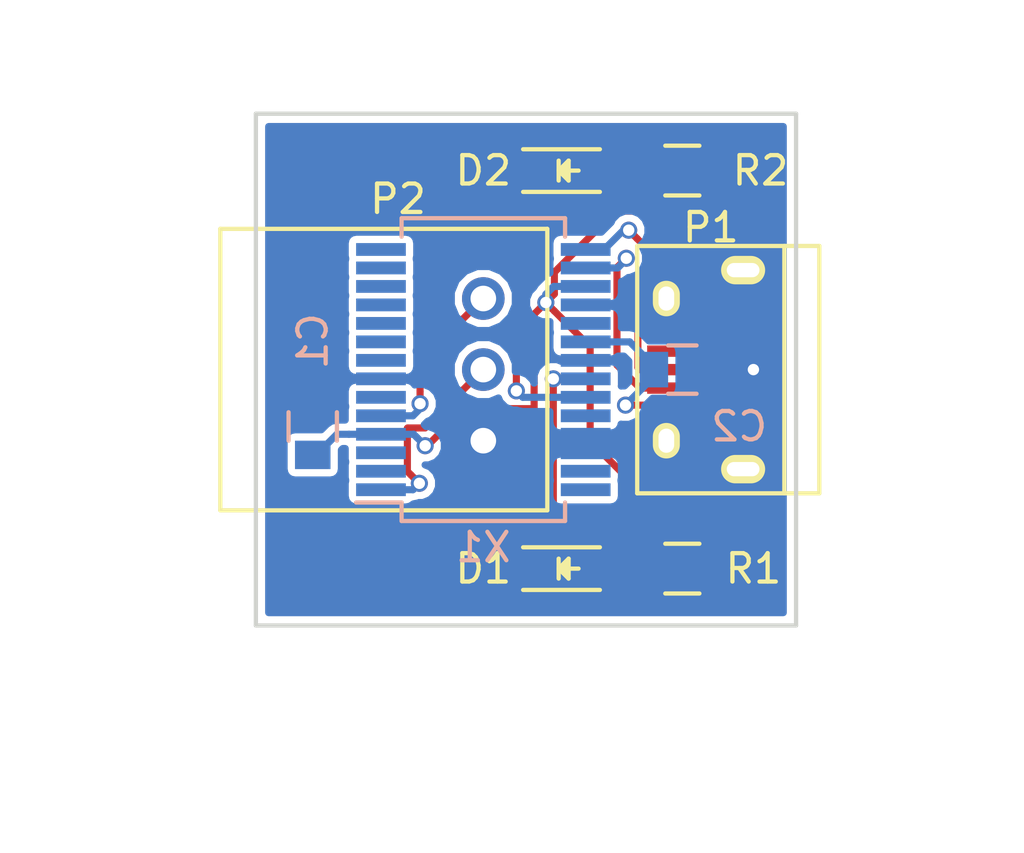
<source format=kicad_pcb>
(kicad_pcb (version 4) (host pcbnew "(2016-05-02 BZR 6765)-product")

  (general
    (links 26)
    (no_connects 0)
    (area 130 70 170.000001 100.000001)
    (thickness 1.6)
    (drawings 6)
    (tracks 98)
    (zones 0)
    (modules 9)
    (nets 27)
  )

  (page A4)
  (layers
    (0 F.Cu signal)
    (31 B.Cu signal)
    (32 B.Adhes user)
    (33 F.Adhes user)
    (34 B.Paste user)
    (35 F.Paste user)
    (36 B.SilkS user)
    (37 F.SilkS user)
    (38 B.Mask user)
    (39 F.Mask user)
    (40 Dwgs.User user)
    (41 Cmts.User user)
    (42 Eco1.User user)
    (43 Eco2.User user)
    (44 Edge.Cuts user)
    (45 Margin user)
    (46 B.CrtYd user)
    (47 F.CrtYd user)
    (48 B.Fab user hide)
    (49 F.Fab user hide)
  )

  (setup
    (last_trace_width 0.25)
    (trace_clearance 0.2)
    (zone_clearance 0.25)
    (zone_45_only no)
    (trace_min 0.2)
    (segment_width 0.2)
    (edge_width 0.15)
    (via_size 0.6)
    (via_drill 0.4)
    (via_min_size 0.4)
    (via_min_drill 0.3)
    (uvia_size 0.3)
    (uvia_drill 0.1)
    (uvias_allowed no)
    (uvia_min_size 0.2)
    (uvia_min_drill 0.1)
    (pcb_text_width 0.3)
    (pcb_text_size 1.5 1.5)
    (mod_edge_width 0.15)
    (mod_text_size 1 1)
    (mod_text_width 0.15)
    (pad_size 1.524 1.524)
    (pad_drill 0.762)
    (pad_to_mask_clearance 0.2)
    (aux_axis_origin 139 92)
    (grid_origin 139 92)
    (visible_elements FFFFFF7F)
    (pcbplotparams
      (layerselection 0x010f0_ffffffff)
      (usegerberextensions false)
      (excludeedgelayer true)
      (linewidth 0.100000)
      (plotframeref false)
      (viasonmask false)
      (mode 1)
      (useauxorigin true)
      (hpglpennumber 1)
      (hpglpenspeed 20)
      (hpglpendiameter 15)
      (psnegative false)
      (psa4output false)
      (plotreference true)
      (plotvalue true)
      (plotinvisibletext false)
      (padsonsilk false)
      (subtractmaskfromsilk false)
      (outputformat 1)
      (mirror false)
      (drillshape 0)
      (scaleselection 1)
      (outputdirectory gerber/))
  )

  (net 0 "")
  (net 1 +3V3)
  (net 2 GND)
  (net 3 +5V)
  (net 4 /RXLED)
  (net 5 "Net-(D1-Pad2)")
  (net 6 /TXLED)
  (net 7 "Net-(D2-Pad2)")
  (net 8 /D-)
  (net 9 /D+)
  (net 10 "Net-(P1-Pad4)")
  (net 11 /TXD)
  (net 12 /RXD)
  (net 13 "Net-(X1-Pad2)")
  (net 14 "Net-(X1-Pad3)")
  (net 15 "Net-(X1-Pad6)")
  (net 16 "Net-(X1-Pad8)")
  (net 17 "Net-(X1-Pad9)")
  (net 18 "Net-(X1-Pad10)")
  (net 19 "Net-(X1-Pad11)")
  (net 20 "Net-(X1-Pad12)")
  (net 21 "Net-(X1-Pad13)")
  (net 22 "Net-(X1-Pad14)")
  (net 23 "Net-(X1-Pad19)")
  (net 24 "Net-(X1-Pad24)")
  (net 25 "Net-(X1-Pad27)")
  (net 26 "Net-(X1-Pad28)")

  (net_class Default "This is the default net class."
    (clearance 0.2)
    (trace_width 0.25)
    (via_dia 0.6)
    (via_drill 0.4)
    (uvia_dia 0.3)
    (uvia_drill 0.1)
    (add_net +3V3)
    (add_net +5V)
    (add_net /D+)
    (add_net /D-)
    (add_net /RXD)
    (add_net /RXLED)
    (add_net /TXD)
    (add_net /TXLED)
    (add_net GND)
    (add_net "Net-(D1-Pad2)")
    (add_net "Net-(D2-Pad2)")
    (add_net "Net-(P1-Pad4)")
    (add_net "Net-(X1-Pad10)")
    (add_net "Net-(X1-Pad11)")
    (add_net "Net-(X1-Pad12)")
    (add_net "Net-(X1-Pad13)")
    (add_net "Net-(X1-Pad14)")
    (add_net "Net-(X1-Pad19)")
    (add_net "Net-(X1-Pad2)")
    (add_net "Net-(X1-Pad24)")
    (add_net "Net-(X1-Pad27)")
    (add_net "Net-(X1-Pad28)")
    (add_net "Net-(X1-Pad3)")
    (add_net "Net-(X1-Pad6)")
    (add_net "Net-(X1-Pad8)")
    (add_net "Net-(X1-Pad9)")
  )

  (module Capacitors_SMD:C_0805 (layer B.Cu) (tedit 5415D6EA) (tstamp 56DACBB8)
    (at 141 85 90)
    (descr "Capacitor SMD 0805, reflow soldering, AVX (see smccp.pdf)")
    (tags "capacitor 0805")
    (path /56DAD2FA)
    (attr smd)
    (fp_text reference C1 (at 3 0 90) (layer B.SilkS)
      (effects (font (size 1 1) (thickness 0.15)) (justify mirror))
    )
    (fp_text value 100n (at 0 -2.1 90) (layer B.Fab)
      (effects (font (size 1 1) (thickness 0.15)) (justify mirror))
    )
    (fp_line (start -1.8 1) (end 1.8 1) (layer B.CrtYd) (width 0.05))
    (fp_line (start -1.8 -1) (end 1.8 -1) (layer B.CrtYd) (width 0.05))
    (fp_line (start -1.8 1) (end -1.8 -1) (layer B.CrtYd) (width 0.05))
    (fp_line (start 1.8 1) (end 1.8 -1) (layer B.CrtYd) (width 0.05))
    (fp_line (start 0.5 0.85) (end -0.5 0.85) (layer B.SilkS) (width 0.15))
    (fp_line (start -0.5 -0.85) (end 0.5 -0.85) (layer B.SilkS) (width 0.15))
    (pad 1 smd rect (at -1 0 90) (size 1 1.25) (layers B.Cu B.Paste B.Mask)
      (net 1 +3V3))
    (pad 2 smd rect (at 1 0 90) (size 1 1.25) (layers B.Cu B.Paste B.Mask)
      (net 2 GND))
    (model Capacitors_SMD.3dshapes/C_0805.wrl
      (at (xyz 0 0 0))
      (scale (xyz 1 1 1))
      (rotate (xyz 0 0 0))
    )
  )

  (module Capacitors_SMD:C_0805 (layer B.Cu) (tedit 5415D6EA) (tstamp 56DACBBE)
    (at 154 83)
    (descr "Capacitor SMD 0805, reflow soldering, AVX (see smccp.pdf)")
    (tags "capacitor 0805")
    (path /56DAD368)
    (attr smd)
    (fp_text reference C2 (at 2 2) (layer B.SilkS)
      (effects (font (size 1 1) (thickness 0.15)) (justify mirror))
    )
    (fp_text value 100n (at 0 -2.1) (layer B.Fab)
      (effects (font (size 1 1) (thickness 0.15)) (justify mirror))
    )
    (fp_line (start -1.8 1) (end 1.8 1) (layer B.CrtYd) (width 0.05))
    (fp_line (start -1.8 -1) (end 1.8 -1) (layer B.CrtYd) (width 0.05))
    (fp_line (start -1.8 1) (end -1.8 -1) (layer B.CrtYd) (width 0.05))
    (fp_line (start 1.8 1) (end 1.8 -1) (layer B.CrtYd) (width 0.05))
    (fp_line (start 0.5 0.85) (end -0.5 0.85) (layer B.SilkS) (width 0.15))
    (fp_line (start -0.5 -0.85) (end 0.5 -0.85) (layer B.SilkS) (width 0.15))
    (pad 1 smd rect (at -1 0) (size 1 1.25) (layers B.Cu B.Paste B.Mask)
      (net 3 +5V))
    (pad 2 smd rect (at 1 0) (size 1 1.25) (layers B.Cu B.Paste B.Mask)
      (net 2 GND))
    (model Capacitors_SMD.3dshapes/C_0805.wrl
      (at (xyz 0 0 0))
      (scale (xyz 1 1 1))
      (rotate (xyz 0 0 0))
    )
  )

  (module Connect:USB_Micro-B (layer F.Cu) (tedit 5543E447) (tstamp 56DACBD7)
    (at 155 83 90)
    (descr "Micro USB Type B Receptacle")
    (tags "USB USB_B USB_micro USB_OTG")
    (path /56DACC10)
    (attr smd)
    (fp_text reference P1 (at 5 0 180) (layer F.SilkS)
      (effects (font (size 1 1) (thickness 0.15)))
    )
    (fp_text value USB_OTG (at 0 4.8 90) (layer F.Fab)
      (effects (font (size 1 1) (thickness 0.15)))
    )
    (fp_line (start -4.6 -2.8) (end 4.6 -2.8) (layer F.CrtYd) (width 0.05))
    (fp_line (start 4.6 -2.8) (end 4.6 4.05) (layer F.CrtYd) (width 0.05))
    (fp_line (start 4.6 4.05) (end -4.6 4.05) (layer F.CrtYd) (width 0.05))
    (fp_line (start -4.6 4.05) (end -4.6 -2.8) (layer F.CrtYd) (width 0.05))
    (fp_line (start -4.3509 3.81746) (end 4.3491 3.81746) (layer F.SilkS) (width 0.15))
    (fp_line (start -4.3509 -2.58754) (end 4.3491 -2.58754) (layer F.SilkS) (width 0.15))
    (fp_line (start 4.3491 -2.58754) (end 4.3491 3.81746) (layer F.SilkS) (width 0.15))
    (fp_line (start 4.3491 2.58746) (end -4.3509 2.58746) (layer F.SilkS) (width 0.15))
    (fp_line (start -4.3509 3.81746) (end -4.3509 -2.58754) (layer F.SilkS) (width 0.15))
    (pad 1 smd rect (at -1.3009 -1.56254 180) (size 1.35 0.4) (layers F.Cu F.Paste F.Mask)
      (net 3 +5V))
    (pad 2 smd rect (at -0.6509 -1.56254 180) (size 1.35 0.4) (layers F.Cu F.Paste F.Mask)
      (net 8 /D-))
    (pad 3 smd rect (at -0.0009 -1.56254 180) (size 1.35 0.4) (layers F.Cu F.Paste F.Mask)
      (net 9 /D+))
    (pad 4 smd rect (at 0.6491 -1.56254 180) (size 1.35 0.4) (layers F.Cu F.Paste F.Mask)
      (net 10 "Net-(P1-Pad4)"))
    (pad 5 smd rect (at 1.2991 -1.56254 180) (size 1.35 0.4) (layers F.Cu F.Paste F.Mask)
      (net 2 GND))
    (pad 6 thru_hole oval (at -2.5009 -1.56254 180) (size 0.95 1.25) (drill oval 0.55 0.85) (layers *.Cu *.Mask F.SilkS)
      (net 2 GND))
    (pad 6 thru_hole oval (at 2.4991 -1.56254 180) (size 0.95 1.25) (drill oval 0.55 0.85) (layers *.Cu *.Mask F.SilkS)
      (net 2 GND))
    (pad 6 thru_hole oval (at -3.5009 1.13746 180) (size 1.55 1) (drill oval 1.15 0.5) (layers *.Cu *.Mask F.SilkS)
      (net 2 GND))
    (pad 6 thru_hole oval (at 3.4991 1.13746 180) (size 1.55 1) (drill oval 1.15 0.5) (layers *.Cu *.Mask F.SilkS)
      (net 2 GND))
  )

  (module Resistors_SMD:R_0805 (layer F.Cu) (tedit 5415CDEB) (tstamp 56DACBE4)
    (at 154 90 180)
    (descr "Resistor SMD 0805, reflow soldering, Vishay (see dcrcw.pdf)")
    (tags "resistor 0805")
    (path /56DAB2D1)
    (attr smd)
    (fp_text reference R1 (at -2.5 0 180) (layer F.SilkS)
      (effects (font (size 1 1) (thickness 0.15)))
    )
    (fp_text value 1k (at 0 2.1 180) (layer F.Fab)
      (effects (font (size 1 1) (thickness 0.15)))
    )
    (fp_line (start -1.6 -1) (end 1.6 -1) (layer F.CrtYd) (width 0.05))
    (fp_line (start -1.6 1) (end 1.6 1) (layer F.CrtYd) (width 0.05))
    (fp_line (start -1.6 -1) (end -1.6 1) (layer F.CrtYd) (width 0.05))
    (fp_line (start 1.6 -1) (end 1.6 1) (layer F.CrtYd) (width 0.05))
    (fp_line (start 0.6 0.875) (end -0.6 0.875) (layer F.SilkS) (width 0.15))
    (fp_line (start -0.6 -0.875) (end 0.6 -0.875) (layer F.SilkS) (width 0.15))
    (pad 1 smd rect (at -0.95 0 180) (size 0.7 1.3) (layers F.Cu F.Paste F.Mask)
      (net 1 +3V3))
    (pad 2 smd rect (at 0.95 0 180) (size 0.7 1.3) (layers F.Cu F.Paste F.Mask)
      (net 5 "Net-(D1-Pad2)"))
    (model Resistors_SMD.3dshapes/R_0805.wrl
      (at (xyz 0 0 0))
      (scale (xyz 1 1 1))
      (rotate (xyz 0 0 0))
    )
  )

  (module Resistors_SMD:R_0805 (layer F.Cu) (tedit 5415CDEB) (tstamp 56DACBEA)
    (at 154 76 180)
    (descr "Resistor SMD 0805, reflow soldering, Vishay (see dcrcw.pdf)")
    (tags "resistor 0805")
    (path /56DAB309)
    (attr smd)
    (fp_text reference R2 (at -2.75 0 180) (layer F.SilkS)
      (effects (font (size 1 1) (thickness 0.15)))
    )
    (fp_text value 1k (at 0 2.1 180) (layer F.Fab)
      (effects (font (size 1 1) (thickness 0.15)))
    )
    (fp_line (start -1.6 -1) (end 1.6 -1) (layer F.CrtYd) (width 0.05))
    (fp_line (start -1.6 1) (end 1.6 1) (layer F.CrtYd) (width 0.05))
    (fp_line (start -1.6 -1) (end -1.6 1) (layer F.CrtYd) (width 0.05))
    (fp_line (start 1.6 -1) (end 1.6 1) (layer F.CrtYd) (width 0.05))
    (fp_line (start 0.6 0.875) (end -0.6 0.875) (layer F.SilkS) (width 0.15))
    (fp_line (start -0.6 -0.875) (end 0.6 -0.875) (layer F.SilkS) (width 0.15))
    (pad 1 smd rect (at -0.95 0 180) (size 0.7 1.3) (layers F.Cu F.Paste F.Mask)
      (net 1 +3V3))
    (pad 2 smd rect (at 0.95 0 180) (size 0.7 1.3) (layers F.Cu F.Paste F.Mask)
      (net 7 "Net-(D2-Pad2)"))
    (model Resistors_SMD.3dshapes/R_0805.wrl
      (at (xyz 0 0 0))
      (scale (xyz 1 1 1))
      (rotate (xyz 0 0 0))
    )
  )

  (module Housings_SSOP:SSOP-28_5.3x10.2mm_Pitch0.65mm (layer B.Cu) (tedit 54130A77) (tstamp 56DACC0A)
    (at 147 83)
    (descr "28-Lead Plastic Shrink Small Outline (SS)-5.30 mm Body [SSOP] (see Microchip Packaging Specification 00000049BS.pdf)")
    (tags "SSOP 0.65")
    (path /56DAC574)
    (attr smd)
    (fp_text reference X1 (at 0 6.25) (layer B.SilkS)
      (effects (font (size 1 1) (thickness 0.15)) (justify mirror))
    )
    (fp_text value FT232RL (at 0 -6.25) (layer B.Fab)
      (effects (font (size 1 1) (thickness 0.15)) (justify mirror))
    )
    (fp_line (start -4.75 5.5) (end -4.75 -5.5) (layer B.CrtYd) (width 0.05))
    (fp_line (start 4.75 5.5) (end 4.75 -5.5) (layer B.CrtYd) (width 0.05))
    (fp_line (start -4.75 5.5) (end 4.75 5.5) (layer B.CrtYd) (width 0.05))
    (fp_line (start -4.75 -5.5) (end 4.75 -5.5) (layer B.CrtYd) (width 0.05))
    (fp_line (start -2.875 5.325) (end -2.875 4.675) (layer B.SilkS) (width 0.15))
    (fp_line (start 2.875 5.325) (end 2.875 4.675) (layer B.SilkS) (width 0.15))
    (fp_line (start 2.875 -5.325) (end 2.875 -4.675) (layer B.SilkS) (width 0.15))
    (fp_line (start -2.875 -5.325) (end -2.875 -4.675) (layer B.SilkS) (width 0.15))
    (fp_line (start -2.875 5.325) (end 2.875 5.325) (layer B.SilkS) (width 0.15))
    (fp_line (start -2.875 -5.325) (end 2.875 -5.325) (layer B.SilkS) (width 0.15))
    (fp_line (start -2.875 4.675) (end -4.475 4.675) (layer B.SilkS) (width 0.15))
    (pad 1 smd rect (at -3.6 4.225) (size 1.75 0.45) (layers B.Cu B.Paste B.Mask)
      (net 11 /TXD))
    (pad 2 smd rect (at -3.6 3.575) (size 1.75 0.45) (layers B.Cu B.Paste B.Mask)
      (net 13 "Net-(X1-Pad2)"))
    (pad 3 smd rect (at -3.6 2.925) (size 1.75 0.45) (layers B.Cu B.Paste B.Mask)
      (net 14 "Net-(X1-Pad3)"))
    (pad 4 smd rect (at -3.6 2.275) (size 1.75 0.45) (layers B.Cu B.Paste B.Mask)
      (net 1 +3V3))
    (pad 5 smd rect (at -3.6 1.625) (size 1.75 0.45) (layers B.Cu B.Paste B.Mask)
      (net 12 /RXD))
    (pad 6 smd rect (at -3.6 0.975) (size 1.75 0.45) (layers B.Cu B.Paste B.Mask)
      (net 15 "Net-(X1-Pad6)"))
    (pad 7 smd rect (at -3.6 0.325) (size 1.75 0.45) (layers B.Cu B.Paste B.Mask)
      (net 2 GND))
    (pad 8 smd rect (at -3.6 -0.325) (size 1.75 0.45) (layers B.Cu B.Paste B.Mask)
      (net 16 "Net-(X1-Pad8)"))
    (pad 9 smd rect (at -3.6 -0.975) (size 1.75 0.45) (layers B.Cu B.Paste B.Mask)
      (net 17 "Net-(X1-Pad9)"))
    (pad 10 smd rect (at -3.6 -1.625) (size 1.75 0.45) (layers B.Cu B.Paste B.Mask)
      (net 18 "Net-(X1-Pad10)"))
    (pad 11 smd rect (at -3.6 -2.275) (size 1.75 0.45) (layers B.Cu B.Paste B.Mask)
      (net 19 "Net-(X1-Pad11)"))
    (pad 12 smd rect (at -3.6 -2.925) (size 1.75 0.45) (layers B.Cu B.Paste B.Mask)
      (net 20 "Net-(X1-Pad12)"))
    (pad 13 smd rect (at -3.6 -3.575) (size 1.75 0.45) (layers B.Cu B.Paste B.Mask)
      (net 21 "Net-(X1-Pad13)"))
    (pad 14 smd rect (at -3.6 -4.225) (size 1.75 0.45) (layers B.Cu B.Paste B.Mask)
      (net 22 "Net-(X1-Pad14)"))
    (pad 15 smd rect (at 3.6 -4.225) (size 1.75 0.45) (layers B.Cu B.Paste B.Mask)
      (net 9 /D+))
    (pad 16 smd rect (at 3.6 -3.575) (size 1.75 0.45) (layers B.Cu B.Paste B.Mask)
      (net 8 /D-))
    (pad 17 smd rect (at 3.6 -2.925) (size 1.75 0.45) (layers B.Cu B.Paste B.Mask)
      (net 1 +3V3))
    (pad 18 smd rect (at 3.6 -2.275) (size 1.75 0.45) (layers B.Cu B.Paste B.Mask)
      (net 2 GND))
    (pad 19 smd rect (at 3.6 -1.625) (size 1.75 0.45) (layers B.Cu B.Paste B.Mask)
      (net 23 "Net-(X1-Pad19)"))
    (pad 20 smd rect (at 3.6 -0.975) (size 1.75 0.45) (layers B.Cu B.Paste B.Mask)
      (net 3 +5V))
    (pad 21 smd rect (at 3.6 -0.325) (size 1.75 0.45) (layers B.Cu B.Paste B.Mask)
      (net 2 GND))
    (pad 22 smd rect (at 3.6 0.325) (size 1.75 0.45) (layers B.Cu B.Paste B.Mask)
      (net 4 /RXLED))
    (pad 23 smd rect (at 3.6 0.975) (size 1.75 0.45) (layers B.Cu B.Paste B.Mask)
      (net 6 /TXLED))
    (pad 24 smd rect (at 3.6 1.625) (size 1.75 0.45) (layers B.Cu B.Paste B.Mask)
      (net 24 "Net-(X1-Pad24)"))
    (pad 25 smd rect (at 3.6 2.275) (size 1.75 0.45) (layers B.Cu B.Paste B.Mask)
      (net 2 GND))
    (pad 26 smd rect (at 3.6 2.925) (size 1.75 0.45) (layers B.Cu B.Paste B.Mask)
      (net 2 GND))
    (pad 27 smd rect (at 3.6 3.575) (size 1.75 0.45) (layers B.Cu B.Paste B.Mask)
      (net 25 "Net-(X1-Pad27)"))
    (pad 28 smd rect (at 3.6 4.225) (size 1.75 0.45) (layers B.Cu B.Paste B.Mask)
      (net 26 "Net-(X1-Pad28)"))
    (model Housings_SSOP.3dshapes/SSOP-28_5.3x10.2mm_Pitch0.65mm.wrl
      (at (xyz 0 0 0))
      (scale (xyz 1 1 1))
      (rotate (xyz 0 0 0))
    )
  )

  (module Connectors_JST_XH:S3B-XH-A (layer F.Cu) (tedit 56CF3BA9) (tstamp 56DACE28)
    (at 147 85.5 90)
    (descr "plastic; 2.5 mm pitch; 90 degree angled (see http://www.jst-mfg.com/product/pdf/eng/eXH.pdf)")
    (tags "Connector Angled 90 Degrees Horizontal")
    (path /56DAC9FB)
    (fp_text reference P2 (at 8.5 -3 180) (layer F.SilkS)
      (effects (font (size 1 1) (thickness 0.15)))
    )
    (fp_text value CONN_01X03 (at 0 5.5 90) (layer F.Fab) hide
      (effects (font (size 1 1) (thickness 0.15)))
    )
    (fp_line (start 7.95 -9.75) (end -2.95 -9.75) (layer F.CrtYd) (width 0.05))
    (fp_line (start 7.95 2.75) (end 7.95 -9.75) (layer F.CrtYd) (width 0.05))
    (fp_line (start -2.95 2.75) (end 7.95 2.75) (layer F.CrtYd) (width 0.05))
    (fp_line (start -2.95 -9.75) (end -2.95 2.75) (layer F.CrtYd) (width 0.05))
    (fp_line (start -2.45 2.25) (end -2.45 -9.25) (layer F.SilkS) (width 0.15))
    (fp_line (start -2.45 -9.25) (end 7.45 -9.25) (layer F.SilkS) (width 0.15))
    (fp_line (start 7.45 2.25) (end -2.45 2.25) (layer F.SilkS) (width 0.15))
    (fp_line (start 7.45 -9.25) (end 7.45 2.25) (layer F.SilkS) (width 0.15))
    (pad 1 thru_hole circle (at 0 0 90) (size 1.5 1.5) (drill 0.9) (layers *.Cu *.Mask)
      (net 2 GND))
    (pad 2 thru_hole circle (at 2.5 0 90) (size 1.5 1.5) (drill 0.9) (layers *.Cu *.Mask)
      (net 11 /TXD))
    (pad 3 thru_hole circle (at 5 0 90) (size 1.5 1.5) (drill 0.9) (layers *.Cu *.Mask)
      (net 12 /RXD))
  )

  (module LEDs:LED_0805 (layer F.Cu) (tedit 55BDE1C2) (tstamp 56DAE2BC)
    (at 150 90)
    (descr "LED 0805 smd package")
    (tags "LED 0805 SMD")
    (path /56DAB3CC)
    (attr smd)
    (fp_text reference D1 (at -3 0) (layer F.SilkS)
      (effects (font (size 1 1) (thickness 0.15)))
    )
    (fp_text value LED (at 0 1.75) (layer F.Fab)
      (effects (font (size 1 1) (thickness 0.15)))
    )
    (fp_line (start -1.6 0.75) (end 1.1 0.75) (layer F.SilkS) (width 0.15))
    (fp_line (start -1.6 -0.75) (end 1.1 -0.75) (layer F.SilkS) (width 0.15))
    (fp_line (start -0.1 0.15) (end -0.1 -0.1) (layer F.SilkS) (width 0.15))
    (fp_line (start -0.1 -0.1) (end -0.25 0.05) (layer F.SilkS) (width 0.15))
    (fp_line (start -0.35 -0.35) (end -0.35 0.35) (layer F.SilkS) (width 0.15))
    (fp_line (start 0 0) (end 0.35 0) (layer F.SilkS) (width 0.15))
    (fp_line (start -0.35 0) (end 0 -0.35) (layer F.SilkS) (width 0.15))
    (fp_line (start 0 -0.35) (end 0 0.35) (layer F.SilkS) (width 0.15))
    (fp_line (start 0 0.35) (end -0.35 0) (layer F.SilkS) (width 0.15))
    (fp_line (start 1.9 -0.95) (end 1.9 0.95) (layer F.CrtYd) (width 0.05))
    (fp_line (start 1.9 0.95) (end -1.9 0.95) (layer F.CrtYd) (width 0.05))
    (fp_line (start -1.9 0.95) (end -1.9 -0.95) (layer F.CrtYd) (width 0.05))
    (fp_line (start -1.9 -0.95) (end 1.9 -0.95) (layer F.CrtYd) (width 0.05))
    (pad 2 smd rect (at 1.04902 0 180) (size 1.19888 1.19888) (layers F.Cu F.Paste F.Mask)
      (net 5 "Net-(D1-Pad2)"))
    (pad 1 smd rect (at -1.04902 0 180) (size 1.19888 1.19888) (layers F.Cu F.Paste F.Mask)
      (net 4 /RXLED))
    (model LEDs.3dshapes/LED_0805.wrl
      (at (xyz 0 0 0))
      (scale (xyz 1 1 1))
      (rotate (xyz 0 0 0))
    )
  )

  (module LEDs:LED_0805 (layer F.Cu) (tedit 55BDE1C2) (tstamp 56DAE2C1)
    (at 150 76)
    (descr "LED 0805 smd package")
    (tags "LED 0805 SMD")
    (path /56DAB419)
    (attr smd)
    (fp_text reference D2 (at -3 0) (layer F.SilkS)
      (effects (font (size 1 1) (thickness 0.15)))
    )
    (fp_text value LED (at 0 1.75) (layer F.Fab)
      (effects (font (size 1 1) (thickness 0.15)))
    )
    (fp_line (start -1.6 0.75) (end 1.1 0.75) (layer F.SilkS) (width 0.15))
    (fp_line (start -1.6 -0.75) (end 1.1 -0.75) (layer F.SilkS) (width 0.15))
    (fp_line (start -0.1 0.15) (end -0.1 -0.1) (layer F.SilkS) (width 0.15))
    (fp_line (start -0.1 -0.1) (end -0.25 0.05) (layer F.SilkS) (width 0.15))
    (fp_line (start -0.35 -0.35) (end -0.35 0.35) (layer F.SilkS) (width 0.15))
    (fp_line (start 0 0) (end 0.35 0) (layer F.SilkS) (width 0.15))
    (fp_line (start -0.35 0) (end 0 -0.35) (layer F.SilkS) (width 0.15))
    (fp_line (start 0 -0.35) (end 0 0.35) (layer F.SilkS) (width 0.15))
    (fp_line (start 0 0.35) (end -0.35 0) (layer F.SilkS) (width 0.15))
    (fp_line (start 1.9 -0.95) (end 1.9 0.95) (layer F.CrtYd) (width 0.05))
    (fp_line (start 1.9 0.95) (end -1.9 0.95) (layer F.CrtYd) (width 0.05))
    (fp_line (start -1.9 0.95) (end -1.9 -0.95) (layer F.CrtYd) (width 0.05))
    (fp_line (start -1.9 -0.95) (end 1.9 -0.95) (layer F.CrtYd) (width 0.05))
    (pad 2 smd rect (at 1.04902 0 180) (size 1.19888 1.19888) (layers F.Cu F.Paste F.Mask)
      (net 7 "Net-(D2-Pad2)"))
    (pad 1 smd rect (at -1.04902 0 180) (size 1.19888 1.19888) (layers F.Cu F.Paste F.Mask)
      (net 6 /TXLED))
    (model LEDs.3dshapes/LED_0805.wrl
      (at (xyz 0 0 0))
      (scale (xyz 1 1 1))
      (rotate (xyz 0 0 0))
    )
  )

  (dimension 18 (width 0.3) (layer Dwgs.User)
    (gr_text "18.000 mm" (at 163.35 83 270) (layer Dwgs.User)
      (effects (font (size 1.5 1.5) (thickness 0.3)))
    )
    (feature1 (pts (xy 158 92) (xy 164.7 92)))
    (feature2 (pts (xy 158 74) (xy 164.7 74)))
    (crossbar (pts (xy 162 74) (xy 162 92)))
    (arrow1a (pts (xy 162 92) (xy 162.586421 90.873496)))
    (arrow1b (pts (xy 162 92) (xy 161.413579 90.873496)))
    (arrow2a (pts (xy 162 74) (xy 162.586421 75.126504)))
    (arrow2b (pts (xy 162 74) (xy 161.413579 75.126504)))
  )
  (dimension 19 (width 0.3) (layer Dwgs.User)
    (gr_text "19.000 mm" (at 148.5 97.349999) (layer Dwgs.User)
      (effects (font (size 1.5 1.5) (thickness 0.3)))
    )
    (feature1 (pts (xy 158 92) (xy 158 98.699999)))
    (feature2 (pts (xy 139 92) (xy 139 98.699999)))
    (crossbar (pts (xy 139 95.999999) (xy 158 95.999999)))
    (arrow1a (pts (xy 158 95.999999) (xy 156.873496 96.58642)))
    (arrow1b (pts (xy 158 95.999999) (xy 156.873496 95.413578)))
    (arrow2a (pts (xy 139 95.999999) (xy 140.126504 96.58642)))
    (arrow2b (pts (xy 139 95.999999) (xy 140.126504 95.413578)))
  )
  (gr_line (start 158 74) (end 139 74) (layer Edge.Cuts) (width 0.15))
  (gr_line (start 158 92) (end 158 74) (layer Edge.Cuts) (width 0.15))
  (gr_line (start 139 92) (end 158 92) (layer Edge.Cuts) (width 0.15))
  (gr_line (start 139 74) (end 139 92) (layer Edge.Cuts) (width 0.15))

  (segment (start 144.551109 85.275) (end 144.653735 85.377626) (width 0.25) (layer B.Cu) (net 1))
  (via (at 144.953734 85.677625) (size 0.6) (drill 0.4) (layers F.Cu B.Cu) (net 1))
  (segment (start 143.4 85.275) (end 144.551109 85.275) (width 0.25) (layer B.Cu) (net 1))
  (segment (start 148.787127 84.373174) (end 146.336054 84.373174) (width 0.25) (layer F.Cu) (net 1))
  (segment (start 146.336054 84.373174) (end 145.031603 85.677625) (width 0.25) (layer F.Cu) (net 1))
  (segment (start 145.031603 85.677625) (end 144.953734 85.677625) (width 0.25) (layer F.Cu) (net 1))
  (segment (start 144.653735 85.377626) (end 144.953734 85.677625) (width 0.25) (layer B.Cu) (net 1))
  (segment (start 148.787127 81.051323) (end 148.787127 84.373174) (width 0.25) (layer F.Cu) (net 1))
  (segment (start 149.198591 80.639859) (end 148.787127 81.051323) (width 0.25) (layer F.Cu) (net 1))
  (segment (start 150.757089 82.198357) (end 149.49859 80.939858) (width 0.25) (layer F.Cu) (net 1))
  (segment (start 150.757089 85.507089) (end 150.757089 82.198357) (width 0.25) (layer F.Cu) (net 1))
  (segment (start 153.823539 77.426461) (end 151.649275 77.426461) (width 0.25) (layer F.Cu) (net 1))
  (segment (start 154.95 89.7) (end 150.757089 85.507089) (width 0.25) (layer F.Cu) (net 1))
  (segment (start 149.198591 80.351409) (end 149.198591 80.639859) (width 0.25) (layer B.Cu) (net 1))
  (segment (start 154.95 90) (end 154.95 89.7) (width 0.25) (layer F.Cu) (net 1))
  (segment (start 149.49859 79.577146) (end 149.49859 80.33986) (width 0.25) (layer F.Cu) (net 1))
  (segment (start 149.49859 80.33986) (end 149.198591 80.639859) (width 0.25) (layer F.Cu) (net 1))
  (segment (start 154.95 76.3) (end 153.823539 77.426461) (width 0.25) (layer F.Cu) (net 1))
  (segment (start 149.475 80.075) (end 149.198591 80.351409) (width 0.25) (layer B.Cu) (net 1))
  (segment (start 149.49859 80.939858) (end 149.198591 80.639859) (width 0.25) (layer F.Cu) (net 1))
  (segment (start 154.95 76) (end 154.95 76.3) (width 0.25) (layer F.Cu) (net 1))
  (segment (start 150.6 80.075) (end 149.475 80.075) (width 0.25) (layer B.Cu) (net 1))
  (segment (start 151.649275 77.426461) (end 149.49859 79.577146) (width 0.25) (layer F.Cu) (net 1))
  (via (at 149.198591 80.639859) (size 0.6) (drill 0.4) (layers F.Cu B.Cu) (net 1))
  (segment (start 141 86) (end 141.125 86) (width 0.25) (layer B.Cu) (net 1))
  (segment (start 141.125 86) (end 141.85 85.275) (width 0.25) (layer B.Cu) (net 1))
  (segment (start 141.85 85.275) (end 142.275 85.275) (width 0.25) (layer B.Cu) (net 1))
  (segment (start 142.275 85.275) (end 143.4 85.275) (width 0.25) (layer B.Cu) (net 1))
  (segment (start 150.6 85.275) (end 150.6 85.925) (width 0.25) (layer B.Cu) (net 2))
  (segment (start 150.6 85.275) (end 147.225 85.275) (width 0.25) (layer B.Cu) (net 2))
  (segment (start 147.225 85.275) (end 147 85.5) (width 0.25) (layer B.Cu) (net 2))
  (segment (start 141 84) (end 141.125 84) (width 0.25) (layer B.Cu) (net 2))
  (segment (start 141.125 84) (end 141.8 83.325) (width 0.25) (layer B.Cu) (net 2))
  (segment (start 141.8 83.325) (end 142.275 83.325) (width 0.25) (layer B.Cu) (net 2))
  (segment (start 142.275 83.325) (end 143.4 83.325) (width 0.25) (layer B.Cu) (net 2))
  (segment (start 155 83) (end 156.5 83) (width 0.25) (layer B.Cu) (net 2))
  (via (at 156.5 83) (size 0.6) (drill 0.4) (layers F.Cu B.Cu) (net 2))
  (segment (start 153.43746 80.5009) (end 153.43746 80.6509) (width 0.25) (layer B.Cu) (net 2))
  (segment (start 153.43746 81.7009) (end 153.43746 80.5009) (width 0.25) (layer F.Cu) (net 2))
  (segment (start 152 84.25) (end 153.38656 84.25) (width 0.25) (layer F.Cu) (net 3))
  (segment (start 153.38656 84.25) (end 153.43746 84.3009) (width 0.25) (layer F.Cu) (net 3))
  (segment (start 153 83) (end 153 83.25) (width 0.25) (layer B.Cu) (net 3))
  (segment (start 153 83.25) (end 152 84.25) (width 0.25) (layer B.Cu) (net 3))
  (via (at 152 84.25) (size 0.6) (drill 0.4) (layers F.Cu B.Cu) (net 3))
  (segment (start 151.725 82.025) (end 150.6 82.025) (width 0.25) (layer B.Cu) (net 3))
  (segment (start 153 83) (end 153 82.875) (width 0.25) (layer B.Cu) (net 3))
  (segment (start 153 82.875) (end 152.15 82.025) (width 0.25) (layer B.Cu) (net 3))
  (segment (start 152.15 82.025) (end 151.725 82.025) (width 0.25) (layer B.Cu) (net 3))
  (segment (start 149.461588 88.639952) (end 149.461588 83.324993) (width 0.25) (layer F.Cu) (net 4))
  (segment (start 149.461595 83.325) (end 149.461588 83.324993) (width 0.25) (layer B.Cu) (net 4))
  (segment (start 148.95098 90) (end 148.95098 89.15056) (width 0.25) (layer F.Cu) (net 4))
  (segment (start 148.95098 89.15056) (end 149.461588 88.639952) (width 0.25) (layer F.Cu) (net 4))
  (via (at 149.461588 83.324993) (size 0.6) (drill 0.4) (layers F.Cu B.Cu) (net 4))
  (segment (start 150.6 83.325) (end 149.461595 83.325) (width 0.25) (layer B.Cu) (net 4))
  (segment (start 153.05 90) (end 151.04902 90) (width 0.25) (layer F.Cu) (net 5))
  (segment (start 148.95098 76.84944) (end 148.162117 77.638303) (width 0.25) (layer F.Cu) (net 6))
  (segment (start 148.388953 83.975) (end 148.162117 83.748164) (width 0.25) (layer B.Cu) (net 6))
  (via (at 148.162117 83.748164) (size 0.6) (drill 0.4) (layers F.Cu B.Cu) (net 6))
  (segment (start 148.162117 77.638303) (end 148.162117 83.748164) (width 0.25) (layer F.Cu) (net 6))
  (segment (start 148.95098 76) (end 148.95098 76.84944) (width 0.25) (layer F.Cu) (net 6))
  (segment (start 150.6 83.975) (end 148.388953 83.975) (width 0.25) (layer B.Cu) (net 6))
  (segment (start 151.04902 76) (end 153.05 76) (width 0.25) (layer F.Cu) (net 7))
  (segment (start 151.70075 79.412158) (end 151.729319 79.383589) (width 0.25) (layer F.Cu) (net 8))
  (segment (start 152.51246 83.6509) (end 151.70075 82.83919) (width 0.25) (layer F.Cu) (net 8))
  (segment (start 151.70075 82.83919) (end 151.70075 79.412158) (width 0.25) (layer F.Cu) (net 8))
  (segment (start 153.43746 83.6509) (end 152.51246 83.6509) (width 0.25) (layer F.Cu) (net 8))
  (segment (start 152.029318 79.120682) (end 152.029318 79.08359) (width 0.25) (layer B.Cu) (net 8))
  (segment (start 151.725 79.425) (end 152.029318 79.120682) (width 0.25) (layer B.Cu) (net 8))
  (segment (start 150.6 79.425) (end 151.725 79.425) (width 0.25) (layer B.Cu) (net 8))
  (via (at 152.029318 79.08359) (size 0.6) (drill 0.4) (layers F.Cu B.Cu) (net 8))
  (segment (start 151.729319 79.383589) (end 152.029318 79.08359) (width 0.25) (layer F.Cu) (net 8))
  (segment (start 152.51246 83.0009) (end 152.437459 82.925899) (width 0.25) (layer F.Cu) (net 9))
  (segment (start 152.437459 82.925899) (end 152.437459 80.128991) (width 0.25) (layer F.Cu) (net 9))
  (segment (start 152.437459 80.128991) (end 152.711459 79.854991) (width 0.25) (layer F.Cu) (net 9))
  (segment (start 153.43746 83.0009) (end 152.51246 83.0009) (width 0.25) (layer F.Cu) (net 9))
  (segment (start 152.711459 79.854991) (end 152.711459 78.69471) (width 0.25) (layer F.Cu) (net 9))
  (segment (start 152.711459 78.69471) (end 152.413468 78.396719) (width 0.25) (layer F.Cu) (net 9))
  (segment (start 152.413468 78.396719) (end 152.113469 78.09672) (width 0.25) (layer F.Cu) (net 9))
  (segment (start 151.25 78.775) (end 151.92828 78.09672) (width 0.25) (layer B.Cu) (net 9))
  (segment (start 150.6 78.775) (end 151.25 78.775) (width 0.25) (layer B.Cu) (net 9))
  (segment (start 151.92828 78.09672) (end 152.113469 78.09672) (width 0.25) (layer B.Cu) (net 9))
  (via (at 152.113469 78.09672) (size 0.6) (drill 0.4) (layers F.Cu B.Cu) (net 9))
  (segment (start 147 83) (end 144.947385 85.052615) (width 0.25) (layer F.Cu) (net 11))
  (segment (start 144.947385 85.052615) (end 144.340205 85.052615) (width 0.25) (layer F.Cu) (net 11))
  (segment (start 144.340205 85.052615) (end 144.328724 85.064096) (width 0.25) (layer F.Cu) (net 11))
  (segment (start 144.450001 86.700001) (end 144.75 87) (width 0.25) (layer F.Cu) (net 11))
  (segment (start 144.328724 85.064096) (end 144.328724 86.578724) (width 0.25) (layer F.Cu) (net 11))
  (segment (start 144.328724 86.578724) (end 144.450001 86.700001) (width 0.25) (layer F.Cu) (net 11))
  (segment (start 144.75 87) (end 144.525 87.225) (width 0.25) (layer B.Cu) (net 11))
  (segment (start 144.525 87.225) (end 143.4 87.225) (width 0.25) (layer B.Cu) (net 11))
  (via (at 144.75 87) (size 0.6) (drill 0.4) (layers F.Cu B.Cu) (net 11))
  (segment (start 144.525 84.625) (end 144.775014 84.374986) (width 0.25) (layer B.Cu) (net 12))
  (segment (start 143.4 84.625) (end 144.525 84.625) (width 0.25) (layer B.Cu) (net 12))
  (segment (start 147 80.5) (end 144.775014 82.724986) (width 0.25) (layer F.Cu) (net 12))
  (via (at 144.775014 84.197696) (size 0.6) (drill 0.4) (layers F.Cu B.Cu) (net 12))
  (segment (start 144.775014 83.773432) (end 144.775014 84.197696) (width 0.25) (layer F.Cu) (net 12))
  (segment (start 144.775014 82.724986) (end 144.775014 83.773432) (width 0.25) (layer F.Cu) (net 12))
  (segment (start 144.775014 84.374986) (end 144.775014 84.197696) (width 0.25) (layer B.Cu) (net 12))

  (zone (net 2) (net_name GND) (layer B.Cu) (tstamp 0) (hatch edge 0.508)
    (connect_pads yes (clearance 0.25))
    (min_thickness 0.25)
    (fill yes (arc_segments 16) (thermal_gap 0.25) (thermal_bridge_width 0.25))
    (polygon
      (pts
        (xy 130 70) (xy 160 70) (xy 160 100) (xy 130 100)
      )
    )
    (filled_polygon
      (pts
        (xy 157.55 91.55) (xy 139.45 91.55) (xy 139.45 85.5) (xy 139.992654 85.5) (xy 139.992654 86.5)
        (xy 140.021758 86.646317) (xy 140.104641 86.770359) (xy 140.228683 86.853242) (xy 140.375 86.882346) (xy 141.625 86.882346)
        (xy 141.771317 86.853242) (xy 141.895359 86.770359) (xy 141.978242 86.646317) (xy 142.007346 86.5) (xy 142.007346 85.824761)
        (xy 142.057107 85.775) (xy 142.142654 85.775) (xy 142.142654 86.15) (xy 142.162545 86.25) (xy 142.142654 86.35)
        (xy 142.142654 86.8) (xy 142.162545 86.9) (xy 142.142654 87) (xy 142.142654 87.45) (xy 142.171758 87.596317)
        (xy 142.254641 87.720359) (xy 142.378683 87.803242) (xy 142.525 87.832346) (xy 144.275 87.832346) (xy 144.421317 87.803242)
        (xy 144.544099 87.721201) (xy 144.716342 87.68694) (xy 144.734231 87.674987) (xy 144.883677 87.675117) (xy 145.131857 87.572571)
        (xy 145.321903 87.382856) (xy 145.424883 87.134855) (xy 145.425117 86.866323) (xy 145.322571 86.618143) (xy 145.132856 86.428097)
        (xy 144.951097 86.352623) (xy 145.087411 86.352742) (xy 145.094047 86.35) (xy 149.342654 86.35) (xy 149.342654 86.8)
        (xy 149.362545 86.9) (xy 149.342654 87) (xy 149.342654 87.45) (xy 149.371758 87.596317) (xy 149.454641 87.720359)
        (xy 149.578683 87.803242) (xy 149.725 87.832346) (xy 151.475 87.832346) (xy 151.621317 87.803242) (xy 151.745359 87.720359)
        (xy 151.828242 87.596317) (xy 151.857346 87.45) (xy 151.857346 87) (xy 151.837455 86.9) (xy 151.857346 86.8)
        (xy 151.857346 86.35) (xy 151.828242 86.203683) (xy 151.745359 86.079641) (xy 151.621317 85.996758) (xy 151.475 85.967654)
        (xy 149.725 85.967654) (xy 149.578683 85.996758) (xy 149.454641 86.079641) (xy 149.371758 86.203683) (xy 149.342654 86.35)
        (xy 145.094047 86.35) (xy 145.335591 86.250196) (xy 145.525637 86.060481) (xy 145.628617 85.81248) (xy 145.628851 85.543948)
        (xy 145.526305 85.295768) (xy 145.33659 85.105722) (xy 145.088589 85.002742) (xy 144.985867 85.002652) (xy 144.920161 84.936946)
        (xy 145.037528 84.819579) (xy 145.156871 84.770267) (xy 145.346917 84.580552) (xy 145.449897 84.332551) (xy 145.450131 84.064019)
        (xy 145.347585 83.815839) (xy 145.15787 83.625793) (xy 144.909869 83.522813) (xy 144.641337 83.522579) (xy 144.588608 83.544366)
        (xy 144.545359 83.479641) (xy 144.421317 83.396758) (xy 144.275 83.367654) (xy 142.525 83.367654) (xy 142.378683 83.396758)
        (xy 142.254641 83.479641) (xy 142.171758 83.603683) (xy 142.142654 83.75) (xy 142.142654 84.2) (xy 142.162545 84.3)
        (xy 142.142654 84.4) (xy 142.142654 84.775) (xy 141.85 84.775) (xy 141.658658 84.81306) (xy 141.496447 84.921446)
        (xy 141.300239 85.117654) (xy 140.375 85.117654) (xy 140.228683 85.146758) (xy 140.104641 85.229641) (xy 140.021758 85.353683)
        (xy 139.992654 85.5) (xy 139.45 85.5) (xy 139.45 78.55) (xy 142.142654 78.55) (xy 142.142654 79)
        (xy 142.162545 79.1) (xy 142.142654 79.2) (xy 142.142654 79.65) (xy 142.162545 79.75) (xy 142.142654 79.85)
        (xy 142.142654 80.3) (xy 142.162545 80.4) (xy 142.142654 80.5) (xy 142.142654 80.95) (xy 142.162545 81.05)
        (xy 142.142654 81.15) (xy 142.142654 81.6) (xy 142.162545 81.7) (xy 142.142654 81.8) (xy 142.142654 82.25)
        (xy 142.162545 82.35) (xy 142.142654 82.45) (xy 142.142654 82.9) (xy 142.171758 83.046317) (xy 142.254641 83.170359)
        (xy 142.378683 83.253242) (xy 142.525 83.282346) (xy 144.275 83.282346) (xy 144.421317 83.253242) (xy 144.466883 83.222795)
        (xy 145.874805 83.222795) (xy 146.045715 83.636429) (xy 146.361907 83.953172) (xy 146.775242 84.124804) (xy 147.222795 84.125195)
        (xy 147.534359 83.996459) (xy 147.589546 84.130021) (xy 147.779261 84.320067) (xy 148.027262 84.423047) (xy 148.177014 84.423177)
        (xy 148.197611 84.43694) (xy 148.388953 84.475) (xy 149.342654 84.475) (xy 149.342654 84.85) (xy 149.371758 84.996317)
        (xy 149.454641 85.120359) (xy 149.578683 85.203242) (xy 149.725 85.232346) (xy 151.475 85.232346) (xy 151.621317 85.203242)
        (xy 151.745359 85.120359) (xy 151.828242 84.996317) (xy 151.844182 84.916178) (xy 151.865145 84.924883) (xy 152.133677 84.925117)
        (xy 152.381857 84.822571) (xy 152.571903 84.632856) (xy 152.674883 84.384855) (xy 152.674973 84.282134) (xy 152.949761 84.007346)
        (xy 153.5 84.007346) (xy 153.646317 83.978242) (xy 153.770359 83.895359) (xy 153.853242 83.771317) (xy 153.882346 83.625)
        (xy 153.882346 82.375) (xy 153.853242 82.228683) (xy 153.770359 82.104641) (xy 153.646317 82.021758) (xy 153.5 81.992654)
        (xy 152.82476 81.992654) (xy 152.503553 81.671447) (xy 152.341342 81.56306) (xy 152.15 81.525) (xy 151.857346 81.525)
        (xy 151.857346 81.15) (xy 151.828242 81.003683) (xy 151.745359 80.879641) (xy 151.621317 80.796758) (xy 151.475 80.767654)
        (xy 149.87348 80.767654) (xy 149.873554 80.682346) (xy 151.475 80.682346) (xy 151.621317 80.653242) (xy 151.745359 80.570359)
        (xy 151.828242 80.446317) (xy 151.857346 80.3) (xy 151.857346 79.898675) (xy 151.916342 79.88694) (xy 152.078553 79.778553)
        (xy 152.098455 79.758651) (xy 152.162995 79.758707) (xy 152.411175 79.656161) (xy 152.601221 79.466446) (xy 152.704201 79.218445)
        (xy 152.704435 78.949913) (xy 152.601889 78.701733) (xy 152.532479 78.632202) (xy 152.685372 78.479576) (xy 152.788352 78.231575)
        (xy 152.788586 77.963043) (xy 152.68604 77.714863) (xy 152.496325 77.524817) (xy 152.248324 77.421837) (xy 151.979792 77.421603)
        (xy 151.731612 77.524149) (xy 151.541566 77.713864) (xy 151.497211 77.820682) (xy 151.15024 78.167654) (xy 149.725 78.167654)
        (xy 149.578683 78.196758) (xy 149.454641 78.279641) (xy 149.371758 78.403683) (xy 149.342654 78.55) (xy 149.342654 79)
        (xy 149.362545 79.1) (xy 149.342654 79.2) (xy 149.342654 79.601325) (xy 149.283658 79.61306) (xy 149.121446 79.721447)
        (xy 148.845038 79.997856) (xy 148.762408 80.12152) (xy 148.626688 80.257003) (xy 148.523708 80.505004) (xy 148.523474 80.773536)
        (xy 148.62602 81.021716) (xy 148.815735 81.211762) (xy 149.063736 81.314742) (xy 149.332268 81.314976) (xy 149.342654 81.310685)
        (xy 149.342654 81.6) (xy 149.362545 81.7) (xy 149.342654 81.8) (xy 149.342654 82.25) (xy 149.371758 82.396317)
        (xy 149.454641 82.520359) (xy 149.578683 82.603242) (xy 149.725 82.632346) (xy 151.475 82.632346) (xy 151.621317 82.603242)
        (xy 151.738413 82.525) (xy 151.942894 82.525) (xy 152.117654 82.69976) (xy 152.117654 83.42524) (xy 151.967922 83.574972)
        (xy 151.866323 83.574883) (xy 151.851149 83.581153) (xy 151.857346 83.55) (xy 151.857346 83.1) (xy 151.828242 82.953683)
        (xy 151.745359 82.829641) (xy 151.621317 82.746758) (xy 151.475 82.717654) (xy 149.759105 82.717654) (xy 149.596443 82.65011)
        (xy 149.327911 82.649876) (xy 149.079731 82.752422) (xy 148.889685 82.942137) (xy 148.786705 83.190138) (xy 148.786471 83.45867)
        (xy 148.793218 83.475) (xy 148.779599 83.475) (xy 148.734688 83.366307) (xy 148.544973 83.176261) (xy 148.296972 83.073281)
        (xy 148.124936 83.073131) (xy 148.125195 82.777205) (xy 147.954285 82.363571) (xy 147.638093 82.046828) (xy 147.224758 81.875196)
        (xy 146.777205 81.874805) (xy 146.363571 82.045715) (xy 146.046828 82.361907) (xy 145.875196 82.775242) (xy 145.874805 83.222795)
        (xy 144.466883 83.222795) (xy 144.545359 83.170359) (xy 144.628242 83.046317) (xy 144.657346 82.9) (xy 144.657346 82.45)
        (xy 144.637455 82.35) (xy 144.657346 82.25) (xy 144.657346 81.8) (xy 144.637455 81.7) (xy 144.657346 81.6)
        (xy 144.657346 81.15) (xy 144.637455 81.05) (xy 144.657346 80.95) (xy 144.657346 80.722795) (xy 145.874805 80.722795)
        (xy 146.045715 81.136429) (xy 146.361907 81.453172) (xy 146.775242 81.624804) (xy 147.222795 81.625195) (xy 147.636429 81.454285)
        (xy 147.953172 81.138093) (xy 148.124804 80.724758) (xy 148.125195 80.277205) (xy 147.954285 79.863571) (xy 147.638093 79.546828)
        (xy 147.224758 79.375196) (xy 146.777205 79.374805) (xy 146.363571 79.545715) (xy 146.046828 79.861907) (xy 145.875196 80.275242)
        (xy 145.874805 80.722795) (xy 144.657346 80.722795) (xy 144.657346 80.5) (xy 144.637455 80.4) (xy 144.657346 80.3)
        (xy 144.657346 79.85) (xy 144.637455 79.75) (xy 144.657346 79.65) (xy 144.657346 79.2) (xy 144.637455 79.1)
        (xy 144.657346 79) (xy 144.657346 78.55) (xy 144.628242 78.403683) (xy 144.545359 78.279641) (xy 144.421317 78.196758)
        (xy 144.275 78.167654) (xy 142.525 78.167654) (xy 142.378683 78.196758) (xy 142.254641 78.279641) (xy 142.171758 78.403683)
        (xy 142.142654 78.55) (xy 139.45 78.55) (xy 139.45 74.45) (xy 157.55 74.45)
      )
    )
  )
)

</source>
